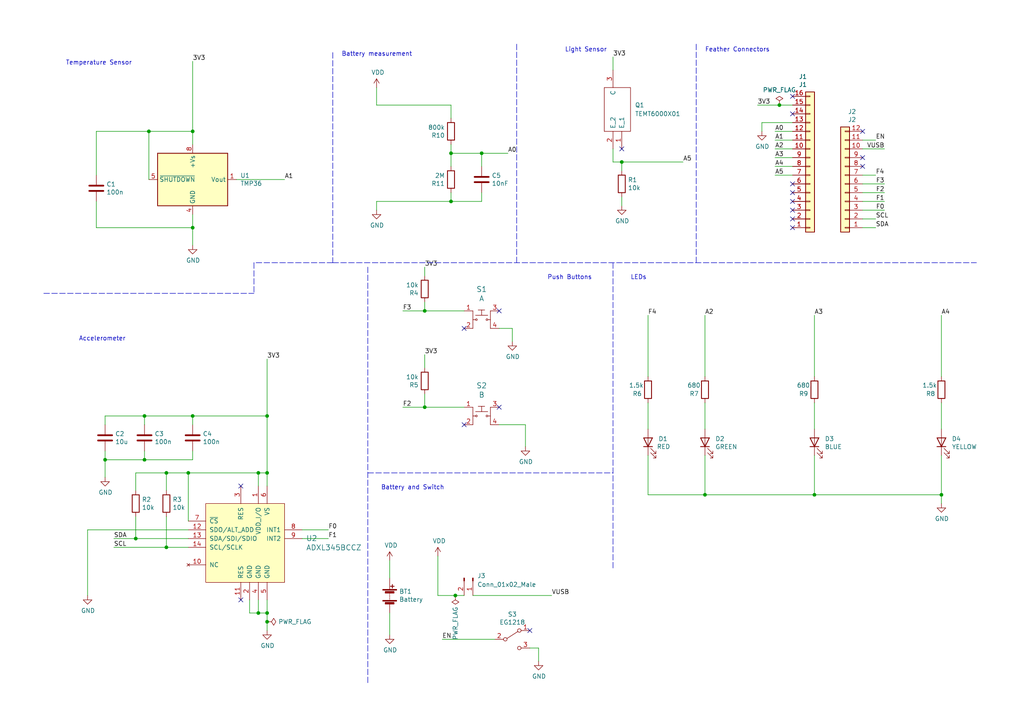
<source format=kicad_sch>
(kicad_sch (version 20211123) (generator eeschema)
  (paper "A4")
  (title_block (title "Drogue IoT BurrBoard") (date "2022-01-13") (rev "v2.0") (company "Red Hat") (comment 2 "https://apache.org/licenses/LICENSE-2.0") (comment 3 "License: Apache 2.0") (comment 4 "Author: Ulf Lilleengen"))
  (lib_symbols
    (symbol "Connector:Conn_01x02_Male" (pin_names (offset 1.016) hide)
      (property "Reference" "J" (at 0 2.54 0))
      (property "Value" "Conn_01x02_Male" (at 0 -5.08 0))
      (symbol "Conn_01x02_Male_1_1"
        (polyline (pts (xy 1.27 -2.54) (xy 0.8636 -2.54)) (stroke (width 0.1524)))
        (polyline (pts (xy 1.27 0) (xy 0.8636 0)) (stroke (width 0.1524)))
        (rectangle (start 0.8636 -2.413) (end 0 -2.667) (stroke (width 0.1524)) (fill (type outline)))
        (rectangle (start 0.8636 0.127) (end 0 -0.127) (stroke (width 0.1524)) (fill (type outline)))
        (pin passive line (at 5.08 0 180) (length 3.81) (name "Pin_1") (number "1"))
        (pin passive line (at 5.08 -2.54 180) (length 3.81) (name "Pin_2") (number "2"))
      )
    )
    (symbol "Connector_Generic:Conn_01x12" (pin_names (offset 1.016) hide)
      (property "Reference" "J" (at 0 15.24 0))
      (property "Value" "Conn_01x12" (at 0 -17.78 0))
      (symbol "Conn_01x12_1_1"
        (rectangle (start -1.27 -15.113) (end 0 -15.367) (stroke (width 0.1524)))
        (rectangle (start -1.27 -12.573) (end 0 -12.827) (stroke (width 0.1524)))
        (rectangle (start -1.27 -10.033) (end 0 -10.287) (stroke (width 0.1524)))
        (rectangle (start -1.27 -7.493) (end 0 -7.747) (stroke (width 0.1524)))
        (rectangle (start -1.27 -4.953) (end 0 -5.207) (stroke (width 0.1524)))
        (rectangle (start -1.27 -2.413) (end 0 -2.667) (stroke (width 0.1524)))
        (rectangle (start -1.27 0.127) (end 0 -0.127) (stroke (width 0.1524)))
        (rectangle (start -1.27 2.667) (end 0 2.413) (stroke (width 0.1524)))
        (rectangle (start -1.27 5.207) (end 0 4.953) (stroke (width 0.1524)))
        (rectangle (start -1.27 7.747) (end 0 7.493) (stroke (width 0.1524)))
        (rectangle (start -1.27 10.287) (end 0 10.033) (stroke (width 0.1524)))
        (rectangle (start -1.27 12.827) (end 0 12.573) (stroke (width 0.1524)))
        (rectangle (start -1.27 13.97) (end 1.27 -16.51) (stroke (width 0.254)) (fill (type background)))
        (pin passive line (at -5.08 12.7 0) (length 3.81) (name "Pin_1") (number "1"))
        (pin passive line (at -5.08 -10.16 0) (length 3.81) (name "Pin_10") (number "10"))
        (pin passive line (at -5.08 -12.7 0) (length 3.81) (name "Pin_11") (number "11"))
        (pin passive line (at -5.08 -15.24 0) (length 3.81) (name "Pin_12") (number "12"))
        (pin passive line (at -5.08 10.16 0) (length 3.81) (name "Pin_2") (number "2"))
        (pin passive line (at -5.08 7.62 0) (length 3.81) (name "Pin_3") (number "3"))
        (pin passive line (at -5.08 5.08 0) (length 3.81) (name "Pin_4") (number "4"))
        (pin passive line (at -5.08 2.54 0) (length 3.81) (name "Pin_5") (number "5"))
        (pin passive line (at -5.08 0 0) (length 3.81) (name "Pin_6") (number "6"))
        (pin passive line (at -5.08 -2.54 0) (length 3.81) (name "Pin_7") (number "7"))
        (pin passive line (at -5.08 -5.08 0) (length 3.81) (name "Pin_8") (number "8"))
        (pin passive line (at -5.08 -7.62 0) (length 3.81) (name "Pin_9") (number "9"))
      )
    )
    (symbol "Connector_Generic:Conn_01x16" (pin_names (offset 1.016) hide)
      (property "Reference" "J" (at 0 20.32 0))
      (property "Value" "Conn_01x16" (at 0 -22.86 0))
      (symbol "Conn_01x16_1_1"
        (rectangle (start -1.27 -20.193) (end 0 -20.447) (stroke (width 0.1524)))
        (rectangle (start -1.27 -17.653) (end 0 -17.907) (stroke (width 0.1524)))
        (rectangle (start -1.27 -15.113) (end 0 -15.367) (stroke (width 0.1524)))
        (rectangle (start -1.27 -12.573) (end 0 -12.827) (stroke (width 0.1524)))
        (rectangle (start -1.27 -10.033) (end 0 -10.287) (stroke (width 0.1524)))
        (rectangle (start -1.27 -7.493) (end 0 -7.747) (stroke (width 0.1524)))
        (rectangle (start -1.27 -4.953) (end 0 -5.207) (stroke (width 0.1524)))
        (rectangle (start -1.27 -2.413) (end 0 -2.667) (stroke (width 0.1524)))
        (rectangle (start -1.27 0.127) (end 0 -0.127) (stroke (width 0.1524)))
        (rectangle (start -1.27 2.667) (end 0 2.413) (stroke (width 0.1524)))
        (rectangle (start -1.27 5.207) (end 0 4.953) (stroke (width 0.1524)))
        (rectangle (start -1.27 7.747) (end 0 7.493) (stroke (width 0.1524)))
        (rectangle (start -1.27 10.287) (end 0 10.033) (stroke (width 0.1524)))
        (rectangle (start -1.27 12.827) (end 0 12.573) (stroke (width 0.1524)))
        (rectangle (start -1.27 15.367) (end 0 15.113) (stroke (width 0.1524)))
        (rectangle (start -1.27 17.907) (end 0 17.653) (stroke (width 0.1524)))
        (rectangle (start -1.27 19.05) (end 1.27 -21.59) (stroke (width 0.254)) (fill (type background)))
        (pin passive line (at -5.08 17.78 0) (length 3.81) (name "Pin_1") (number "1"))
        (pin passive line (at -5.08 -5.08 0) (length 3.81) (name "Pin_10") (number "10"))
        (pin passive line (at -5.08 -7.62 0) (length 3.81) (name "Pin_11") (number "11"))
        (pin passive line (at -5.08 -10.16 0) (length 3.81) (name "Pin_12") (number "12"))
        (pin passive line (at -5.08 -12.7 0) (length 3.81) (name "Pin_13") (number "13"))
        (pin passive line (at -5.08 -15.24 0) (length 3.81) (name "Pin_14") (number "14"))
        (pin passive line (at -5.08 -17.78 0) (length 3.81) (name "Pin_15") (number "15"))
        (pin passive line (at -5.08 -20.32 0) (length 3.81) (name "Pin_16") (number "16"))
        (pin passive line (at -5.08 15.24 0) (length 3.81) (name "Pin_2") (number "2"))
        (pin passive line (at -5.08 12.7 0) (length 3.81) (name "Pin_3") (number "3"))
        (pin passive line (at -5.08 10.16 0) (length 3.81) (name "Pin_4") (number "4"))
        (pin passive line (at -5.08 7.62 0) (length 3.81) (name "Pin_5") (number "5"))
        (pin passive line (at -5.08 5.08 0) (length 3.81) (name "Pin_6") (number "6"))
        (pin passive line (at -5.08 2.54 0) (length 3.81) (name "Pin_7") (number "7"))
        (pin passive line (at -5.08 0 0) (length 3.81) (name "Pin_8") (number "8"))
        (pin passive line (at -5.08 -2.54 0) (length 3.81) (name "Pin_9") (number "9"))
      )
    )
    (symbol "Device:Battery" (pin_numbers hide) (pin_names (offset 0) hide)
      (property "Reference" "BT" (at 2.54 2.54 0))
      (property "Value" "Battery" (at 2.54 0 0))
      (symbol "Battery_0_1"
        (rectangle (start -2.032 -1.397) (end 2.032 -1.651) (fill (type outline)))
        (rectangle (start -2.032 1.778) (end 2.032 1.524) (fill (type outline)))
        (rectangle (start -1.3208 -1.9812) (end 1.27 -2.4892) (fill (type outline)))
        (rectangle (start -1.3208 1.1938) (end 1.27 0.6858) (fill (type outline)))
        (polyline (pts (xy 0 -1.524) (xy 0 -1.27)))
        (polyline (pts (xy 0 -1.016) (xy 0 -0.762)))
        (polyline (pts (xy 0 -0.508) (xy 0 -0.254)))
        (polyline (pts (xy 0 0) (xy 0 0.254)))
        (polyline (pts (xy 0 0.508) (xy 0 0.762)))
        (polyline (pts (xy 0 1.778) (xy 0 2.54)))
        (polyline (pts (xy 0.254 2.667) (xy 1.27 2.667)) (stroke (width 0.254)))
        (polyline (pts (xy 0.762 3.175) (xy 0.762 2.159)) (stroke (width 0.254)))
      )
      (symbol "Battery_1_1"
        (pin passive line (at 0 5.08 270) (length 2.54) (name "+") (number "1"))
        (pin passive line (at 0 -5.08 90) (length 2.54) (name "-") (number "2"))
      )
    )
    (symbol "Device:C" (pin_numbers hide) (pin_names (offset 0.254))
      (property "Reference" "C" (at 0.635 2.54 0))
      (property "Value" "C" (at 0.635 -2.54 0))
      (symbol "C_0_1"
        (polyline (pts (xy -2.032 -0.762) (xy 2.032 -0.762)) (stroke (width 0.508)))
        (polyline (pts (xy -2.032 0.762) (xy 2.032 0.762)) (stroke (width 0.508)))
      )
      (symbol "C_1_1"
        (pin passive line (at 0 3.81 270) (length 2.794) (name "~") (number "1"))
        (pin passive line (at 0 -3.81 90) (length 2.794) (name "~") (number "2"))
      )
    )
    (symbol "Device:LED" (pin_numbers hide) (pin_names (offset 1.016) hide)
      (property "Reference" "D" (at 0 2.54 0))
      (property "Value" "LED" (at 0 -2.54 0))
      (symbol "LED_0_1"
        (polyline (pts (xy -1.27 -1.27) (xy -1.27 1.27)) (stroke (width 0.254)))
        (polyline (pts (xy -1.27 0) (xy 1.27 0)))
        (polyline (pts (xy 1.27 -1.27) (xy 1.27 1.27) (xy -1.27 0) (xy 1.27 -1.27)) (stroke (width 0.254)))
        (polyline (pts (xy -3.048 -0.762) (xy -4.572 -2.286) (xy -3.81 -2.286) (xy -4.572 -2.286) (xy -4.572 -1.524)))
        (polyline (pts (xy -1.778 -0.762) (xy -3.302 -2.286) (xy -2.54 -2.286) (xy -3.302 -2.286) (xy -3.302 -1.524)))
      )
      (symbol "LED_1_1"
        (pin passive line (at -3.81 0 0) (length 2.54) (name "K") (number "1"))
        (pin passive line (at 3.81 0 180) (length 2.54) (name "A") (number "2"))
      )
    )
    (symbol "Device:R" (pin_numbers hide) (pin_names (offset 0))
      (property "Reference" "R" (at 2.032 0 90))
      (property "Value" "R" (at 0 0 90))
      (symbol "R_0_1"
        (rectangle (start -1.016 -2.54) (end 1.016 2.54) (stroke (width 0.254)))
      )
      (symbol "R_1_1"
        (pin passive line (at 0 3.81 270) (length 1.27) (name "~") (number "1"))
        (pin passive line (at 0 -3.81 90) (length 1.27) (name "~") (number "2"))
      )
    )
    (symbol "Sensor_Temperature:TMP36xS"
      (property "Reference" "U" (at -8.89 8.89 0))
      (property "Value" "TMP36xS" (at 6.35 -8.89 0))
      (symbol "TMP36xS_0_1"
        (rectangle (start -10.16 7.62) (end 10.16 -7.62) (stroke (width 0.254)) (fill (type background)))
      )
      (symbol "TMP36xS_1_1"
        (pin output line (at 12.7 0 180) (length 2.54) (name "Vout") (number "1"))
        (pin power_in line (at 0 -10.16 90) (length 2.54) (name "GND") (number "4"))
        (pin input line (at -12.7 0 0) (length 2.54) (name "~{SHUTDOWN}") (number "5"))
        (pin power_in line (at 0 10.16 270) (length 2.54) (name "+Vs") (number "8"))
      )
    )
    (symbol "Switch:SW_SPDT" (pin_names (offset 0) hide)
      (property "Reference" "SW" (at 0 4.318 0))
      (property "Value" "SW_SPDT" (at 0 -5.08 0))
      (symbol "SW_SPDT_0_0"
        (circle (center -2.032 0) (radius 0.508))
        (circle (center 2.032 -2.54) (radius 0.508))
      )
      (symbol "SW_SPDT_0_1"
        (polyline (pts (xy -1.524 0.254) (xy 1.651 2.286)))
        (circle (center 2.032 2.54) (radius 0.508))
      )
      (symbol "SW_SPDT_1_1"
        (pin passive line (at 5.08 2.54 180) (length 2.54) (name "A") (number "1"))
        (pin passive line (at -5.08 0 0) (length 2.54) (name "B") (number "2"))
        (pin passive line (at 5.08 -2.54 180) (length 2.54) (name "C") (number "3"))
      )
    )
    (symbol "burrboard:ADXL345BCCZ" (pin_names (offset 1.016))
      (property "Reference" "U" (at -7.62 11.43 0))
      (property "Value" "ADXL345BCCZ" (at 20.32 -20.32 0))
      (symbol "ADXL345BCCZ_0_1"
        (rectangle (start -10.16 10.16) (end 12.7 -12.7) (fill (type background)))
      )
      (symbol "ADXL345BCCZ_1_1"
        (pin power_in line (at 5.08 15.24 270) (length 5.08) (name "VDD_I/O") (number "1"))
        (pin no_connect line (at -15.24 -7.62 0) (length 5.08) (name "NC") (number "10"))
        (pin power_in line (at 0 -17.78 90) (length 5.08) (name "RES") (number "11"))
        (pin bidirectional line (at -15.24 2.54 0) (length 5.08) (name "SDO/ALT_ADD") (number "12"))
        (pin bidirectional line (at -15.24 0 0) (length 5.08) (name "SDA/SDI/SDIO") (number "13"))
        (pin bidirectional line (at -15.24 -2.54 0) (length 5.08) (name "SCL/SCLK") (number "14"))
        (pin power_in line (at 2.54 -17.78 90) (length 5.08) (name "GND") (number "2"))
        (pin power_in line (at 0 15.24 270) (length 5.08) (name "RES") (number "3"))
        (pin power_in line (at 5.08 -17.78 90) (length 5.08) (name "GND") (number "4"))
        (pin power_in line (at 7.62 -17.78 90) (length 5.08) (name "GND") (number "5"))
        (pin power_in line (at 7.62 15.24 270) (length 5.08) (name "VS") (number "6"))
        (pin input line (at -15.24 5.08 0) (length 5.08) (name "~{CS}") (number "7"))
        (pin output line (at 17.78 2.54 180) (length 5.08) (name "INT1") (number "8"))
        (pin output line (at 17.78 0 180) (length 5.08) (name "INT2") (number "9"))
      )
    )
    (symbol "burrboard:PTS645SM43SMTR92_LFS" (pin_names (offset 1.016))
      (property "Reference" "S" (at 0 5.08 0))
      (property "Value" "PTS645SM43SMTR92_LFS" (at 0 -5.334 0))
      (symbol "PTS645SM43SMTR92_LFS_0_1"
        (circle (center -1.524 0) (radius 0.254))
        (polyline (pts (xy -2.54 2.54) (xy -2.54 -2.54)))
        (polyline (pts (xy -1.778 0) (xy -2.54 0)))
        (polyline (pts (xy -1.778 1.27) (xy 1.778 1.27)))
        (polyline (pts (xy 2.54 -2.54) (xy 2.54 2.54)))
        (polyline (pts (xy 2.54 0) (xy 1.778 0)))
        (circle (center 1.524 0) (radius 0.254))
      )
      (symbol "PTS645SM43SMTR92_LFS_1_1"
        (polyline (pts (xy -1.016 2.794) (xy 0.889 2.794)))
        (polyline (pts (xy 0 2.794) (xy 0 1.27)))
        (pin passive line (at -5.08 2.54 0) (length 2.54) (name "~") (number "1"))
        (pin passive line (at -5.08 -2.54 0) (length 2.54) (name "~") (number "2"))
        (pin passive line (at 5.08 2.54 180) (length 2.54) (name "~") (number "3"))
        (pin passive line (at 5.08 -2.54 180) (length 2.54) (name "~") (number "4"))
      )
    )
    (symbol "burrboard:TEMT6000X01" (pin_names (offset 0.762))
      (property "Reference" "Q" (at 19.05 7.62 0))
      (property "Value" "TEMT6000X01" (at 19.05 5.08 0))
      (symbol "TEMT6000X01_0_0"
        (pin passive line (at 0 -2.54 0) (length 5.08) (name "E_1") (number "1"))
        (pin passive line (at 0 0 0) (length 5.08) (name "E_2") (number "2"))
        (pin passive line (at 22.86 0 180) (length 5.08) (name "C") (number "3"))
      )
      (symbol "TEMT6000X01_0_1"
        (polyline (pts (xy 5.08 2.54) (xy 17.78 2.54) (xy 17.78 -5.08) (xy 5.08 -5.08) (xy 5.08 2.54)) (stroke (width 0.1524)))
      )
    )
    (symbol "power:GND" (power) (pin_names (offset 0))
      (property "Value" "GND" (at 0 -3.81 0))
      (symbol "GND_0_1"
        (polyline (pts (xy 0 0) (xy 0 -1.27) (xy 1.27 -1.27) (xy 0 -2.54) (xy -1.27 -1.27) (xy 0 -1.27)))
      )
      (symbol "GND_1_1"
        (pin power_in line (at 0 0 270) (length 0) hide (name "GND") (number "1"))
      )
    )
    (symbol "power:PWR_FLAG" (power) (pin_numbers hide) (pin_names (offset 0) hide)
      (property "Value" "PWR_FLAG" (at 0 3.81 0))
      (symbol "PWR_FLAG_0_0"
        (pin power_out line (at 0 0 90) (length 0) (name "pwr") (number "1"))
      )
      (symbol "PWR_FLAG_0_1"
        (polyline (pts (xy 0 0) (xy 0 1.27) (xy -1.016 1.905) (xy 0 2.54) (xy 1.016 1.905) (xy 0 1.27)))
      )
    )
    (symbol "power:VDD" (power) (pin_names (offset 0))
      (property "Value" "VDD" (at 0 3.81 0))
      (symbol "VDD_0_1"
        (polyline (pts (xy -0.762 1.27) (xy 0 2.54)))
        (polyline (pts (xy 0 0) (xy 0 2.54)))
        (polyline (pts (xy 0 2.54) (xy 0.762 1.27)))
      )
      (symbol "VDD_1_1"
        (pin power_in line (at 0 0 90) (length 0) hide (name "VDD") (number "1"))
      )
    )
  )
  (junction (at 74.93 177.8))
  (junction (at 41.91 120.65))
  (junction (at 273.05 143.51))
  (junction (at 77.47 137.16))
  (junction (at 123.19 118.11))
  (junction (at 77.47 120.65))
  (junction (at 123.19 90.17))
  (junction (at 30.48 133.35))
  (junction (at 226.06 30.48))
  (junction (at 43.18 38.1))
  (junction (at 77.47 177.8))
  (junction (at 41.91 133.35))
  (junction (at 48.26 137.16))
  (junction (at 39.37 156.21))
  (junction (at 236.22 143.51))
  (junction (at 74.93 137.16))
  (junction (at 132.08 172.72))
  (junction (at 130.81 44.45))
  (junction (at 54.61 137.16))
  (junction (at 139.7 44.45))
  (junction (at 55.88 66.04))
  (junction (at 77.47 180.34))
  (junction (at 180.34 46.99))
  (junction (at 48.26 158.75))
  (junction (at 204.47 143.51))
  (junction (at 55.88 120.65))
  (junction (at 55.88 38.1))
  (junction (at 130.81 58.42))
  (no_connect (at 144.78 90.17))
  (no_connect (at 134.62 123.19))
  (no_connect (at 250.19 48.26))
  (no_connect (at 134.62 95.25))
  (no_connect (at 229.87 60.96))
  (no_connect (at 180.34 43.18))
  (no_connect (at 229.87 33.02))
  (no_connect (at 229.87 66.04))
  (no_connect (at 229.87 53.34))
  (no_connect (at 229.87 55.88))
  (no_connect (at 229.87 63.5))
  (no_connect (at 229.87 27.94))
  (no_connect (at 69.85 173.99))
  (no_connect (at 144.78 118.11))
  (no_connect (at 153.67 182.88))
  (no_connect (at 229.87 58.42))
  (no_connect (at 69.85 140.97))
  (no_connect (at 250.19 38.1))
  (no_connect (at 250.19 45.72))
  (wire (pts (xy 250.19 66.04) (xy 254 66.04)))
  (wire (pts (xy 220.98 35.56) (xy 229.87 35.56)))
  (wire (pts (xy 130.81 44.45) (xy 139.7 44.45)))
  (wire (pts (xy 77.47 180.34) (xy 77.47 182.88)))
  (wire (pts (xy 39.37 142.24) (xy 39.37 137.16)))
  (wire (pts (xy 77.47 120.65) (xy 77.47 137.16)))
  (polyline (pts (xy 177.8 76.2) (xy 177.8 165.1)))
  (wire (pts (xy 25.4 153.67) (xy 54.61 153.67)))
  (wire (pts (xy 198.12 46.99) (xy 180.34 46.99)))
  (wire (pts (xy 116.84 90.17) (xy 123.19 90.17)))
  (wire (pts (xy 27.94 66.04) (xy 55.88 66.04)))
  (wire (pts (xy 236.22 132.08) (xy 236.22 143.51)))
  (wire (pts (xy 41.91 120.65) (xy 30.48 120.65)))
  (wire (pts (xy 30.48 120.65) (xy 30.48 123.19)))
  (wire (pts (xy 27.94 38.1) (xy 43.18 38.1)))
  (wire (pts (xy 224.79 38.1) (xy 229.87 38.1)))
  (wire (pts (xy 87.63 153.67) (xy 95.25 153.67)))
  (wire (pts (xy 229.87 45.72) (xy 224.79 45.72)))
  (wire (pts (xy 132.08 172.72) (xy 134.62 172.72)))
  (wire (pts (xy 68.58 52.07) (xy 82.55 52.07)))
  (wire (pts (xy 77.47 104.14) (xy 77.47 120.65)))
  (wire (pts (xy 33.02 156.21) (xy 39.37 156.21)))
  (wire (pts (xy 41.91 133.35) (xy 41.91 130.81)))
  (wire (pts (xy 144.78 95.25) (xy 148.59 95.25)))
  (polyline (pts (xy 96.52 76.2) (xy 283.21 76.2)))
  (wire (pts (xy 74.93 137.16) (xy 74.93 140.97)))
  (wire (pts (xy 113.03 162.56) (xy 113.03 167.64)))
  (wire (pts (xy 130.81 44.45) (xy 130.81 48.26)))
  (wire (pts (xy 33.02 158.75) (xy 48.26 158.75)))
  (wire (pts (xy 123.19 77.47) (xy 123.19 80.01)))
  (wire (pts (xy 54.61 137.16) (xy 74.93 137.16)))
  (wire (pts (xy 74.93 177.8) (xy 77.47 177.8)))
  (wire (pts (xy 254 40.64) (xy 250.19 40.64)))
  (wire (pts (xy 152.4 123.19) (xy 152.4 129.54)))
  (polyline (pts (xy 73.66 76.2) (xy 73.66 85.09)))
  (wire (pts (xy 250.19 60.96) (xy 256.54 60.96)))
  (wire (pts (xy 43.18 38.1) (xy 55.88 38.1)))
  (wire (pts (xy 187.96 124.46) (xy 187.96 116.84)))
  (wire (pts (xy 177.8 43.18) (xy 177.8 46.99)))
  (wire (pts (xy 109.22 30.48) (xy 130.81 30.48)))
  (wire (pts (xy 55.88 17.78) (xy 55.88 38.1)))
  (wire (pts (xy 123.19 114.3) (xy 123.19 118.11)))
  (wire (pts (xy 55.88 120.65) (xy 55.88 123.19)))
  (wire (pts (xy 30.48 133.35) (xy 41.91 133.35)))
  (wire (pts (xy 148.59 95.25) (xy 148.59 99.06)))
  (wire (pts (xy 55.88 41.91) (xy 55.88 38.1)))
  (wire (pts (xy 128.27 185.42) (xy 143.51 185.42)))
  (polyline (pts (xy 201.93 76.2) (xy 201.93 12.7)))
  (wire (pts (xy 139.7 44.45) (xy 147.32 44.45)))
  (wire (pts (xy 77.47 140.97) (xy 77.47 137.16)))
  (wire (pts (xy 43.18 52.07) (xy 43.18 38.1)))
  (wire (pts (xy 41.91 120.65) (xy 41.91 123.19)))
  (wire (pts (xy 48.26 137.16) (xy 54.61 137.16)))
  (wire (pts (xy 95.25 156.21) (xy 87.63 156.21)))
  (wire (pts (xy 39.37 137.16) (xy 48.26 137.16)))
  (wire (pts (xy 187.96 132.08) (xy 187.96 143.51)))
  (wire (pts (xy 236.22 116.84) (xy 236.22 124.46)))
  (wire (pts (xy 229.87 48.26) (xy 224.79 48.26)))
  (wire (pts (xy 30.48 133.35) (xy 30.48 130.81)))
  (wire (pts (xy 27.94 58.42) (xy 27.94 66.04)))
  (wire (pts (xy 219.71 30.48) (xy 226.06 30.48)))
  (wire (pts (xy 55.88 62.23) (xy 55.88 66.04)))
  (wire (pts (xy 187.96 109.22) (xy 187.96 91.44)))
  (wire (pts (xy 55.88 120.65) (xy 77.47 120.65)))
  (wire (pts (xy 30.48 138.43) (xy 30.48 133.35)))
  (wire (pts (xy 250.19 50.8) (xy 254 50.8)))
  (wire (pts (xy 250.19 58.42) (xy 256.54 58.42)))
  (wire (pts (xy 220.98 38.1) (xy 220.98 35.56)))
  (wire (pts (xy 139.7 44.45) (xy 139.7 48.26)))
  (wire (pts (xy 72.39 173.99) (xy 72.39 177.8)))
  (wire (pts (xy 204.47 91.44) (xy 204.47 109.22)))
  (wire (pts (xy 55.88 66.04) (xy 55.88 71.12)))
  (wire (pts (xy 130.81 41.91) (xy 130.81 44.45)))
  (wire (pts (xy 236.22 143.51) (xy 273.05 143.51)))
  (wire (pts (xy 250.19 43.18) (xy 256.54 43.18)))
  (wire (pts (xy 226.06 30.48) (xy 229.87 30.48)))
  (wire (pts (xy 236.22 91.44) (xy 236.22 109.22)))
  (wire (pts (xy 130.81 58.42) (xy 139.7 58.42)))
  (wire (pts (xy 177.8 16.51) (xy 177.8 20.32)))
  (wire (pts (xy 229.87 43.18) (xy 224.79 43.18)))
  (wire (pts (xy 229.87 50.8) (xy 224.79 50.8)))
  (wire (pts (xy 273.05 132.08) (xy 273.05 143.51)))
  (wire (pts (xy 55.88 133.35) (xy 41.91 133.35)))
  (polyline (pts (xy 106.68 77.47) (xy 106.68 198.12)))
  (wire (pts (xy 27.94 38.1) (xy 27.94 50.8)))
  (wire (pts (xy 109.22 25.4) (xy 109.22 30.48)))
  (wire (pts (xy 139.7 55.88) (xy 139.7 58.42)))
  (wire (pts (xy 48.26 158.75) (xy 54.61 158.75)))
  (wire (pts (xy 130.81 30.48) (xy 130.81 34.29)))
  (wire (pts (xy 204.47 143.51) (xy 236.22 143.51)))
  (wire (pts (xy 77.47 173.99) (xy 77.47 177.8)))
  (wire (pts (xy 187.96 143.51) (xy 204.47 143.51)))
  (wire (pts (xy 204.47 132.08) (xy 204.47 143.51)))
  (polyline (pts (xy 106.68 137.16) (xy 177.8 137.16)))
  (wire (pts (xy 54.61 151.13) (xy 54.61 137.16)))
  (wire (pts (xy 55.88 120.65) (xy 41.91 120.65)))
  (wire (pts (xy 123.19 87.63) (xy 123.19 90.17)))
  (wire (pts (xy 177.8 46.99) (xy 180.34 46.99)))
  (wire (pts (xy 137.16 172.72) (xy 160.02 172.72)))
  (polyline (pts (xy 96.52 15.24) (xy 96.52 76.2)))
  (wire (pts (xy 250.19 55.88) (xy 256.54 55.88)))
  (wire (pts (xy 123.19 118.11) (xy 134.62 118.11)))
  (wire (pts (xy 156.21 187.96) (xy 156.21 191.77)))
  (wire (pts (xy 48.26 158.75) (xy 48.26 149.86)))
  (wire (pts (xy 55.88 130.81) (xy 55.88 133.35)))
  (wire (pts (xy 180.34 57.15) (xy 180.34 59.69)))
  (wire (pts (xy 123.19 102.87) (xy 123.19 106.68)))
  (polyline (pts (xy 149.86 76.2) (xy 149.86 12.7)))
  (wire (pts (xy 77.47 137.16) (xy 74.93 137.16)))
  (wire (pts (xy 113.03 177.8) (xy 113.03 184.15)))
  (wire (pts (xy 74.93 173.99) (xy 74.93 177.8)))
  (wire (pts (xy 250.19 53.34) (xy 256.54 53.34)))
  (wire (pts (xy 127 172.72) (xy 127 161.29)))
  (wire (pts (xy 116.84 118.11) (xy 123.19 118.11)))
  (wire (pts (xy 224.79 40.64) (xy 229.87 40.64)))
  (wire (pts (xy 180.34 46.99) (xy 180.34 49.53)))
  (wire (pts (xy 130.81 58.42) (xy 109.22 58.42)))
  (wire (pts (xy 204.47 116.84) (xy 204.47 124.46)))
  (polyline (pts (xy 12.7 85.09) (xy 73.66 85.09)))
  (wire (pts (xy 273.05 91.44) (xy 273.05 109.22)))
  (wire (pts (xy 25.4 153.67) (xy 25.4 172.72)))
  (wire (pts (xy 72.39 177.8) (xy 74.93 177.8)))
  (wire (pts (xy 123.19 90.17) (xy 134.62 90.17)))
  (wire (pts (xy 109.22 58.42) (xy 109.22 60.96)))
  (wire (pts (xy 273.05 143.51) (xy 273.05 146.05)))
  (wire (pts (xy 77.47 177.8) (xy 77.47 180.34)))
  (wire (pts (xy 48.26 142.24) (xy 48.26 137.16)))
  (polyline (pts (xy 96.52 76.2) (xy 73.66 76.2)))
  (wire (pts (xy 39.37 156.21) (xy 54.61 156.21)))
  (wire (pts (xy 39.37 156.21) (xy 39.37 149.86)))
  (wire (pts (xy 130.81 55.88) (xy 130.81 58.42)))
  (wire (pts (xy 153.67 187.96) (xy 156.21 187.96)))
  (wire (pts (xy 254 63.5) (xy 250.19 63.5)))
  (wire (pts (xy 273.05 124.46) (xy 273.05 116.84)))
  (wire (pts (xy 144.78 123.19) (xy 152.4 123.19)))
  (wire (pts (xy 132.08 172.72) (xy 127 172.72)))
  (text "Push Buttons" (at 158.75 81.28 0) (effects (font (size 1.27 1.27)) (justify left bottom)))
  (text "Battery and Switch" (at 110.49 142.24 0) (effects (font (size 1.27 1.27)) (justify left bottom)))
  (text "Accelerometer" (at 22.86 99.06 0) (effects (font (size 1.27 1.27)) (justify left bottom)))
  (text "LEDs" (at 182.88 81.28 0) (effects (font (size 1.27 1.27)) (justify left bottom)))
  (text "Light Sensor" (at 163.83 15.24 0) (effects (font (size 1.27 1.27)) (justify left bottom)))
  (text "Battery measurement\n" (at 99.06 16.51 0) (effects (font (size 1.27 1.27)) (justify left bottom)))
  (text "Temperature Sensor" (at 19.05 19.05 0) (effects (font (size 1.27 1.27)) (justify left bottom)))
  (text "Feather Connectors" (at 204.47 15.24 0) (effects (font (size 1.27 1.27)) (justify left bottom)))
  (label "VUSB" (at 256.54 43.18 180))
  (label "SDA" (at 33.02 156.21 0))
  (label "F4" (at 254 50.8 0))
  (label "3V3" (at 123.19 102.87 0))
  (label "A5" (at 198.12 46.99 0))
  (label "3V3" (at 177.8 16.51 0))
  (label "SDA" (at 254 66.04 0))
  (label "3V3" (at 219.71 30.48 0))
  (label "F1" (at 256.54 58.42 180))
  (label "A3" (at 236.22 91.44 0))
  (label "A1" (at 82.55 52.07 0))
  (label "F1" (at 95.25 156.21 0))
  (label "SCL" (at 254 63.5 0))
  (label "F0" (at 256.54 60.96 180))
  (label "A2" (at 224.79 43.18 0))
  (label "A4" (at 273.05 91.44 0))
  (label "A2" (at 204.47 91.44 0))
  (label "F0" (at 95.25 153.67 0))
  (label "3V3" (at 55.88 17.78 0))
  (label "A5" (at 224.79 50.8 0))
  (label "EN" (at 254 40.64 0))
  (label "VUSB" (at 160.02 172.72 0))
  (label "F4" (at 187.96 91.44 0))
  (label "A0" (at 147.32 44.45 0))
  (label "3V3" (at 77.47 104.14 0))
  (label "EN" (at 128.27 185.42 0))
  (label "F3" (at 116.84 90.17 0))
  (label "A0" (at 224.79 38.1 0))
  (label "A1" (at 224.79 40.64 0))
  (label "F2" (at 256.54 55.88 180))
  (label "3V3" (at 123.19 77.47 0))
  (label "F3" (at 256.54 53.34 180))
  (label "F2" (at 116.84 118.11 0))
  (label "SCL" (at 33.02 158.75 0))
  (label "A3" (at 224.79 45.72 0))
  (label "A4" (at 224.79 48.26 0))
  (symbol (lib_id "Connector_Generic:Conn_01x16") (at 234.95 48.26 0) (mirror x) (unit 1)
    (property "Reference" "J1" (at 232.8926 22.225 0))
    (property "Value" "J1" (at 232.8926 24.5364 0))
    (property "Footprint" "Connector_PinSocket_2.54mm:PinSocket_1x16_P2.54mm_Vertical" (effects hide))
    (property "Manufacturer" "Sullins Connector Solutions" (effects hide))
    (property "MPN" "PPTC161LFBN-RC" (effects hide))
    (property "AISLER_MPN" "PPTC161LFBN-RC" (effects hide))
    (property "Digi-Key_PN" "S7014-ND" (effects hide))
  )
  (symbol (lib_id "Connector_Generic:Conn_01x12") (at 245.11 53.34 180) (unit 1)
    (property "Reference" "J2" (at 247.142 32.385 0))
    (property "Value" "J2" (at 247.142 34.6964 0))
    (property "Footprint" "Connector_PinSocket_2.54mm:PinSocket_1x12_P2.54mm_Vertical" (effects hide))
    (property "Manufacturer" "Sullins Connector Solutions" (effects hide))
    (property "MPN" "PPTC121LFBN-RC" (effects hide))
    (property "AISLER_MPN" "PPTC121LFBN-RC" (effects hide))
    (property "Digi-Key_PN" "S6100-ND" (effects hide))
  )
  (symbol (lib_id "power:GND") (at 220.98 38.1 0) (unit 1)
    (property "Reference" "#PWR02" (effects hide))
    (property "Value" "GND" (at 221.107 42.4942 0))
  )
  (symbol (lib_id "Device:R") (at 180.34 53.34 0) (unit 1)
    (property "Reference" "R1" (at 182.118 52.1716 0) (effects (justify left)))
    (property "Value" "10k" (at 182.118 54.483 0) (effects (justify left)))
    (property "Footprint" "Resistor_SMD:R_0805_2012Metric" (effects hide))
    (property "Digikey" "https://www.digikey.no/en/products/detail/panasonic-electronic-components/ERJ-3GEYJ103V/135662" (effects hide))
    (property "MPN" "RMCF0805FT10K0" (effects hide))
    (property "Manufacturer" "Stackpole Electronics Inc" (effects hide))
    (property "AISLER_MPN" "RMCF0805FT10K0" (effects hide))
    (property "Digi-Key_PN" "RMCF0805FT10K0TR-ND" (effects hide))
  )
  (symbol (lib_id "power:GND") (at 55.88 71.12 0) (unit 1)
    (property "Reference" "#PWR0105" (effects hide))
    (property "Value" "GND" (at 56.007 75.5142 0))
  )
  (symbol (lib_id "power:GND") (at 180.34 59.69 0) (unit 1)
    (property "Reference" "#PWR0107" (effects hide))
    (property "Value" "GND" (at 180.467 64.0842 0))
  )
  (symbol (lib_id "power:VDD") (at 127 161.29 0) (unit 1)
    (property "Reference" "#PWR0109" (effects hide))
    (property "Value" "VDD" (at 127.381 156.8958 0))
  )
  (symbol (lib_id "power:VDD") (at 113.03 162.56 0) (unit 1)
    (property "Reference" "#PWR0113" (effects hide))
    (property "Value" "VDD" (at 113.411 158.1658 0))
  )
  (symbol (lib_id "power:GND") (at 113.03 184.15 0) (unit 1)
    (property "Reference" "#PWR0115" (effects hide))
    (property "Value" "GND" (at 113.157 188.5442 0))
  )
  (symbol (lib_id "Device:C") (at 27.94 54.61 0) (unit 1)
    (property "Reference" "C1" (at 30.861 53.4416 0) (effects (justify left)))
    (property "Value" "100n" (at 30.861 55.753 0) (effects (justify left)))
    (property "Footprint" "Capacitor_SMD:C_0805_2012Metric" (effects hide))
    (property "Url" "https://www.digikey.no/en/products/detail/samsung-electro-mechanics/CL05B104KO5NNNC/3886659" (effects hide))
    (property "Manufacturer" "Samsung Electro-Mechanics" (effects hide))
    (property "MPN" "CL21B104KBCNNNC" (effects hide))
    (property "AISLER_MPN" "CL21B104KBCNNNC" (effects hide))
    (property "Digi-Key_PN" "1276-1003-2-ND" (effects hide))
  )
  (symbol (lib_id "Device:Battery") (at 113.03 172.72 0) (unit 1)
    (property "Reference" "BT1" (at 115.7732 171.5516 0) (effects (justify left)))
    (property "Value" "Battery" (at 115.7732 173.863 0) (effects (justify left)))
    (property "Footprint" "Battery:BatteryHolder_Keystone_2479_3xAAA" (effects hide))
    (property "Datasheet" "https://www.keyelco.com/userAssets/file/M65p28.pdf" (effects hide))
    (property "Manufacturer" "Keystone Electronics" (effects hide))
    (property "MPN" "2479" (effects hide))
    (property "AISLER_MPN" "2479" (effects hide))
    (property "Digi-Key_PN" "36-2479-ND" (effects hide))
  )
  (symbol (lib_id "Sensor_Temperature:TMP36xS") (at 55.88 52.07 0) (unit 1)
    (property "Reference" "U1" (at 69.6976 50.9016 0) (effects (justify left)))
    (property "Value" "TMP36" (at 69.6976 53.213 0) (effects (justify left)))
    (property "Footprint" "Package_SO:SOIC-8_3.9x4.9mm_P1.27mm" (effects hide))
    (property "Datasheet" "https://www.analog.com/media/en/technical-documentation/data-sheets/TMP35_36_37.pdf" (effects hide))
    (property "Manufacturer" "Analog Devices Inc." (effects hide))
    (property "MPN" "TMP36FSZ" (effects hide))
    (property "AISLER_MPN" "TMP36FSZ" (effects hide))
    (property "Digi-Key_PN" "TMP36FSZ-ND" (effects hide))
  )
  (symbol (lib_id "burrboard:ADXL345BCCZ") (at 69.85 156.21 0) (unit 1)
    (property "Reference" "U2" (at 88.7476 156.1338 0) (effects (font (size 1.524 1.524)) (justify left)))
    (property "Value" "ADXL345BCCZ" (at 88.7476 158.8262 0) (effects (font (size 1.524 1.524)) (justify left)))
    (property "Footprint" "burrboard:LGA-14_3x5mm_RevA" (effects hide))
    (property "Datasheet" "https://www.analog.com/media/en/technical-documentation/data-sheets/ADXL345.pdf" (effects hide))
    (property "Digi-Key_PN" "ADXL345BCCZ-ND" (effects hide))
    (property "MPN" "ADXL345BCCZ" (effects hide))
    (property "Category" "Sensors, Transducers" (effects hide))
    (property "Family" "Motion Sensors - Accelerometers" (effects hide))
    (property "DK_Datasheet_Link" "https://www.analog.com/media/en/technical-documentation/data-sheets/ADXL345.pdf" (effects hide))
    (property "DK_Detail_Page" "/product-detail/en/analog-devices-inc/ADXL345BCCZ/ADXL345BCCZ-ND/2034829" (effects hide))
    (property "Description" "ACCEL 2-16G I2C/SPI 14LGA" (effects hide))
    (property "Manufacturer" "Analog Devices Inc." (effects hide))
    (property "Status" "Active" (effects hide))
    (property "AISLER_MPN" "ADXL345BCCZ" (effects hide))
  )
  (symbol (lib_id "Device:C") (at 41.91 127 0) (unit 1)
    (property "Reference" "C3" (at 44.831 125.8316 0) (effects (justify left)))
    (property "Value" "100n" (at 44.831 128.143 0) (effects (justify left)))
    (property "Footprint" "Capacitor_SMD:C_0805_2012Metric" (effects hide))
    (property "Url" "https://www.digikey.no/en/products/detail/samsung-electro-mechanics/CL05B104KO5NNNC/3886659" (effects hide))
    (property "MPN" "CL21B104KBCNNNC" (effects hide))
    (property "Manufacturer" "Samsung Electro-Mechanics" (effects hide))
    (property "AISLER_MPN" "CL21B104KBCNNNC" (effects hide))
    (property "Digi-Key_PN" "1276-1003-2-ND" (effects hide))
  )
  (symbol (lib_id "Device:C") (at 55.88 127 0) (unit 1)
    (property "Reference" "C4" (at 58.801 125.8316 0) (effects (justify left)))
    (property "Value" "100n" (at 58.801 128.143 0) (effects (justify left)))
    (property "Footprint" "Capacitor_SMD:C_0805_2012Metric" (effects hide))
    (property "Url" "https://www.digikey.no/en/products/detail/samsung-electro-mechanics/CL05B104KO5NNNC/3886659" (effects hide))
    (property "MPN" "CL21B104KBCNNNC" (effects hide))
    (property "Manufacturer" "Samsung Electro-Mechanics" (effects hide))
    (property "AISLER_MPN" "CL21B104KBCNNNC" (effects hide))
    (property "Digi-Key_PN" "1276-1003-2-ND" (effects hide))
  )
  (symbol (lib_id "Device:C") (at 30.48 127 0) (unit 1)
    (property "Reference" "C2" (at 33.401 125.8316 0) (effects (justify left)))
    (property "Value" "10u" (at 33.401 128.143 0) (effects (justify left)))
    (property "Footprint" "Capacitor_SMD:C_0805_2012Metric" (effects hide))
    (property "Url" "https://www.digikey.no/en/products/detail/samsung-electro-mechanics/CL05A106MP8NUB8/5961314" (effects hide))
    (property "MPN" "CL21A106KAYNNNE" (effects hide))
    (property "Manufacturer" "Samsung Electro-Mechanics" (effects hide))
    (property "AISLER_MPN" "CL21A106KAYNNNE" (effects hide))
    (property "Digi-Key_PN" "1276-2891-2-ND" (effects hide))
  )
  (symbol (lib_id "power:GND") (at 77.47 182.88 0) (unit 1)
    (property "Reference" "#PWR03" (effects hide))
    (property "Value" "GND" (at 77.597 187.2742 0))
  )
  (symbol (lib_id "power:GND") (at 30.48 138.43 0) (unit 1)
    (property "Reference" "#PWR01" (effects hide))
    (property "Value" "GND" (at 30.607 142.8242 0))
  )
  (symbol (lib_id "power:PWR_FLAG") (at 226.06 30.48 0) (unit 1)
    (property "Reference" "#FLG01" (effects hide))
    (property "Value" "PWR_FLAG" (at 226.06 26.0858 0))
  )
  (symbol (lib_id "Device:LED") (at 187.96 128.27 90) (unit 1)
    (property "Reference" "D1" (at 190.9572 127.2794 90) (effects (justify right)))
    (property "Value" "RED" (at 190.5 129.54 90) (effects (justify right)))
    (property "Footprint" "LED_SMD:LED_0805_2012Metric" (effects hide))
    (property "Manufacturer" "Kingbright" (effects hide))
    (property "MPN" "APT2012SECK/J3-PRV" (effects hide))
    (property "AISLER_MPN" "APT2012SECK/J3-PRV" (effects hide))
    (property "Digi-Key_PN" "754-1791-2-ND" (effects hide))
  )
  (symbol (lib_id "Device:LED") (at 204.47 128.27 90) (unit 1)
    (property "Reference" "D2" (at 207.4672 127.2794 90) (effects (justify right)))
    (property "Value" "GREEN" (at 207.4672 129.5908 90) (effects (justify right)))
    (property "Footprint" "LED_SMD:LED_0805_2012Metric" (effects hide))
    (property "Manufacturer" "Kingbright" (effects hide))
    (property "MPN" "APT2012LZGCK" (effects hide))
    (property "AISLER_MPN" "APT2012LZGCK" (effects hide))
    (property "Digi-Key_PN" "754-1939-2-ND" (effects hide))
  )
  (symbol (lib_id "Device:LED") (at 236.22 128.27 90) (unit 1)
    (property "Reference" "D3" (at 239.2172 127.2794 90) (effects (justify right)))
    (property "Value" "BLUE" (at 239.2172 129.5908 90) (effects (justify right)))
    (property "Footprint" "LED_SMD:LED_0805_2012Metric" (effects hide))
    (property "Manufacturer" "Kingbright" (effects hide))
    (property "MPN" "APT2012LVBC/D" (effects hide))
    (property "AISLER_MPN" "APT2012LVBC/D" (effects hide))
    (property "Digi-Key_PN" "754-1938-2-ND" (effects hide))
  )
  (symbol (lib_id "Device:LED") (at 273.05 128.27 90) (unit 1)
    (property "Reference" "D4" (at 276.0472 127.2794 90) (effects (justify right)))
    (property "Value" "YELLOW" (at 276.0472 129.5908 90) (effects (justify right)))
    (property "Footprint" "LED_SMD:LED_0805_2012Metric" (effects hide))
    (property "Manufacturer" "Kingbright" (effects hide))
    (property "MPN" "APT2012LSYCK/J3-PRV" (effects hide))
    (property "AISLER_MPN" "APT2012LSYCK/J3-PRV" (effects hide))
    (property "Digi-Key_PN" "754-1937-2-ND" (effects hide))
  )
  (symbol (lib_id "power:GND") (at 25.4 172.72 0) (unit 1)
    (property "Reference" "#PWR06" (effects hide))
    (property "Value" "GND" (at 25.527 177.1142 0))
  )
  (symbol (lib_id "power:PWR_FLAG") (at 132.08 172.72 180) (unit 1)
    (property "Reference" "#FLG0105" (effects hide))
    (property "Value" "PWR_FLAG" (at 132.08 175.9458 90) (effects (justify left)))
  )
  (symbol (lib_id "burrboard:PTS645SM43SMTR92_LFS") (at 139.7 92.71 0) (unit 1)
    (property "Reference" "S1" (at 139.7 83.8962 0) (effects (font (size 1.524 1.524))))
    (property "Value" "A" (at 139.7 86.5886 0) (effects (font (size 1.524 1.524))))
    (property "Footprint" "burrboard:Switch_Tactile_SMD_6x6mm_PTS645" (effects hide))
    (property "Datasheet" "https://www.ckswitches.com/media/1471/pts645.pdf" (effects hide))
    (property "Digi-Key_PN" "CKN9112CT-ND" (effects hide))
    (property "MPN" "PTS645SM43SMTR92 LFS" (effects hide))
    (property "Category" "Switches" (effects hide))
    (property "Family" "Tactile Switches" (effects hide))
    (property "DK_Datasheet_Link" "https://www.ckswitches.com/media/1471/pts645.pdf" (effects hide))
    (property "DK_Detail_Page" "/product-detail/en/c-k/PTS645SM43SMTR92-LFS/CKN9112CT-ND/1146934" (effects hide))
    (property "Description" "SWITCH TACTILE SPST-NO 0.05A 12V" (effects hide))
    (property "Manufacturer" "C&K" (effects hide))
    (property "Status" "Active" (effects hide))
    (property "AISLER_MPN" "PTS645SM43SMTR92 LFS" (effects hide))
  )
  (symbol (lib_id "burrboard:PTS645SM43SMTR92_LFS") (at 139.7 120.65 0) (unit 1)
    (property "Reference" "S2" (at 139.7 111.8362 0) (effects (font (size 1.524 1.524))))
    (property "Value" "B" (at 139.7 114.5286 0) (effects (font (size 1.524 1.524))))
    (property "Footprint" "burrboard:Switch_Tactile_SMD_6x6mm_PTS645" (effects hide))
    (property "Datasheet" "https://www.ckswitches.com/media/1471/pts645.pdf" (effects hide))
    (property "Digi-Key_PN" "CKN9112CT-ND" (effects hide))
    (property "MPN" "PTS645SM43SMTR92 LFS" (effects hide))
    (property "Category" "Switches" (effects hide))
    (property "Family" "Tactile Switches" (effects hide))
    (property "DK_Datasheet_Link" "https://www.ckswitches.com/media/1471/pts645.pdf" (effects hide))
    (property "DK_Detail_Page" "/product-detail/en/c-k/PTS645SM43SMTR92-LFS/CKN9112CT-ND/1146934" (effects hide))
    (property "Description" "SWITCH TACTILE SPST-NO 0.05A 12V" (effects hide))
    (property "Manufacturer" "C&K" (effects hide))
    (property "Status" "Active" (effects hide))
    (property "AISLER_MPN" "PTS645SM43SMTR92 LFS" (effects hide))
  )
  (symbol (lib_id "power:GND") (at 152.4 129.54 0) (unit 1)
    (property "Reference" "#PWR05" (effects hide))
    (property "Value" "GND" (at 152.527 133.9342 0))
  )
  (symbol (lib_id "power:GND") (at 148.59 99.06 0) (unit 1)
    (property "Reference" "#PWR04" (effects hide))
    (property "Value" "GND" (at 148.717 103.4542 0))
  )
  (symbol (lib_id "Device:R") (at 187.96 113.03 180) (unit 1)
    (property "Reference" "R6" (at 186.182 114.1984 0) (effects (justify left)))
    (property "Value" "1.5k" (at 186.69 111.76 0) (effects (justify left)))
    (property "Footprint" "Resistor_SMD:R_0805_2012Metric" (effects hide))
    (property "Digikey" "https://www.digikey.no/en/products/detail/panasonic-electronic-components/ERJ-3GEYJ103V/135662" (effects hide))
    (property "MPN" "RMCF0805FT1K50" (effects hide))
    (property "Manufacturer" "Stackpole Electronics Inc" (effects hide))
    (property "AISLER_MPN" "RMCF0805FT1K50" (effects hide))
    (property "Digi-Key_PN" "RMCF0805FT1K50TR-ND" (effects hide))
  )
  (symbol (lib_id "Device:R") (at 273.05 113.03 180) (unit 1)
    (property "Reference" "R8" (at 271.272 114.1984 0) (effects (justify left)))
    (property "Value" "1.5k" (at 271.78 111.76 0) (effects (justify left)))
    (property "Footprint" "Resistor_SMD:R_0805_2012Metric" (effects hide))
    (property "Digikey" "https://www.digikey.no/en/products/detail/panasonic-electronic-components/ERJ-3GEYJ103V/135662" (effects hide))
    (property "Manufacturer" "Stackpole Electronics Inc" (effects hide))
    (property "MPN" "RMCF0805FT1K50" (effects hide))
    (property "AISLER_MPN" "RMCF0805FT1K50" (effects hide))
    (property "Digi-Key_PN" "RMCF0805FT1K50TR-ND" (effects hide))
  )
  (symbol (lib_id "Device:R") (at 123.19 83.82 180) (unit 1)
    (property "Reference" "R4" (at 121.412 84.9884 0) (effects (justify left)))
    (property "Value" "10k" (at 121.412 82.677 0) (effects (justify left)))
    (property "Footprint" "Resistor_SMD:R_0805_2012Metric" (effects hide))
    (property "Digikey" "https://www.digikey.no/en/products/detail/panasonic-electronic-components/ERJ-3GEYJ103V/135662" (effects hide))
    (property "Manufacturer" "Stackpole Electronics Inc" (effects hide))
    (property "MPN" "RMCF0805FT10K0" (effects hide))
    (property "AISLER_MPN" "RMCF0805FT10K0" (effects hide))
    (property "Digi-Key_PN" "RMCF0805FT10K0TR-ND" (effects hide))
  )
  (symbol (lib_id "Device:R") (at 123.19 110.49 180) (unit 1)
    (property "Reference" "R5" (at 121.412 111.6584 0) (effects (justify left)))
    (property "Value" "10k" (at 121.412 109.347 0) (effects (justify left)))
    (property "Footprint" "Resistor_SMD:R_0805_2012Metric" (effects hide))
    (property "Digikey" "https://www.digikey.no/en/products/detail/panasonic-electronic-components/ERJ-3GEYJ103V/135662" (effects hide))
    (property "Manufacturer" "Stackpole Electronics Inc" (effects hide))
    (property "MPN" "RMCF0805FT10K0" (effects hide))
    (property "AISLER_MPN" "RMCF0805FT10K0" (effects hide))
    (property "Digi-Key_PN" "RMCF0805FT10K0TR-ND" (effects hide))
  )
  (symbol (lib_id "Switch:SW_SPDT") (at 148.59 185.42 0) (unit 1)
    (property "Reference" "S3" (at 148.59 178.181 0))
    (property "Value" "EG1218" (at 148.59 180.4924 0))
    (property "Footprint" "burrboard:Switch_Slide_11.6x4mm_EG1218" (effects hide))
    (property "Datasheet" "http://spec_sheets.e-switch.com/specs/P040040.pdf" (effects hide))
    (property "Digi-Key_PN" "EG1903-ND" (effects hide))
    (property "MPN" "EG1218" (effects hide))
    (property "Category" "Switches" (effects hide))
    (property "Family" "Slide Switches" (effects hide))
    (property "DK_Datasheet_Link" "http://spec_sheets.e-switch.com/specs/P040040.pdf" (effects hide))
    (property "DK_Detail_Page" "/product-detail/en/e-switch/EG1218/EG1903-ND/101726" (effects hide))
    (property "Description" "SWITCH SLIDE SPDT 200MA 30V" (effects hide))
    (property "Manufacturer" "E-Switch" (effects hide))
    (property "Status" "Active" (effects hide))
    (property "AISLER_MPN" "EG1218" (effects hide))
  )
  (symbol (lib_id "power:GND") (at 273.05 146.05 0) (unit 1)
    (property "Reference" "#PWR07" (effects hide))
    (property "Value" "GND" (at 273.177 150.4442 0))
  )
  (symbol (lib_id "Device:R") (at 39.37 146.05 0) (unit 1)
    (property "Reference" "R2" (at 41.148 144.8816 0) (effects (justify left)))
    (property "Value" "10k" (at 41.148 147.193 0) (effects (justify left)))
    (property "Footprint" "Resistor_SMD:R_0805_2012Metric" (effects hide))
    (property "Digikey" "https://www.digikey.no/en/products/detail/panasonic-electronic-components/ERJ-3GEYJ103V/135662" (effects hide))
    (property "Manufacturer" "Stackpole Electronics Inc" (effects hide))
    (property "MPN" "RMCF0805FT10K0" (effects hide))
    (property "AISLER_MPN" "RMCF0805FT10K0" (effects hide))
    (property "Digi-Key_PN" "RMCF0805FT10K0TR-ND" (effects hide))
  )
  (symbol (lib_id "Device:R") (at 48.26 146.05 0) (unit 1)
    (property "Reference" "R3" (at 50.038 144.8816 0) (effects (justify left)))
    (property "Value" "10k" (at 50.038 147.193 0) (effects (justify left)))
    (property "Footprint" "Resistor_SMD:R_0805_2012Metric" (effects hide))
    (property "Digikey" "https://www.digikey.no/en/products/detail/panasonic-electronic-components/ERJ-3GEYJ103V/135662" (effects hide))
    (property "MPN" "RMCF0805FT10K0" (effects hide))
    (property "Manufacturer" "Stackpole Electronics Inc" (effects hide))
    (property "AISLER_MPN" "RMCF0805FT10K0" (effects hide))
    (property "Digi-Key_PN" "RMCF0805FT10K0TR-ND" (effects hide))
  )
  (symbol (lib_id "Device:R") (at 236.22 113.03 180) (unit 1)
    (property "Reference" "R9" (at 234.442 114.1984 0) (effects (justify left)))
    (property "Value" "680" (at 234.95 111.76 0) (effects (justify left)))
    (property "Footprint" "Resistor_SMD:R_0805_2012Metric" (effects hide))
    (property "Digikey" "https://www.digikey.no/en/products/detail/panasonic-electronic-components/ERJ-3GEYJ103V/135662" (effects hide))
    (property "Manufacturer" "Stackpole Electronics Inc" (effects hide))
    (property "MPN" "RMCF0805FT680R" (effects hide))
    (property "AISLER_MPN" "RMCF0805FT680R" (effects hide))
    (property "Digi-Key_PN" "RMCF0805FT680RTR-ND" (effects hide))
  )
  (symbol (lib_id "Device:R") (at 204.47 113.03 180) (unit 1)
    (property "Reference" "R7" (at 202.692 114.1984 0) (effects (justify left)))
    (property "Value" "680" (at 203.2 111.76 0) (effects (justify left)))
    (property "Footprint" "Resistor_SMD:R_0805_2012Metric" (effects hide))
    (property "Digikey" "https://www.digikey.no/en/products/detail/panasonic-electronic-components/ERJ-3GEYJ103V/135662" (effects hide))
    (property "MPN" "RMCF0805FT680R" (effects hide))
    (property "Manufacturer" "Stackpole Electronics Inc" (effects hide))
    (property "AISLER_MPN" "RMCF0805FT680R" (effects hide))
    (property "Digi-Key_PN" "RMCF0805FT680RTR-ND" (effects hide))
  )
  (symbol (lib_id "power:GND") (at 156.21 191.77 0) (unit 1)
    (property "Reference" "#PWR0101" (effects hide))
    (property "Value" "GND" (at 156.337 196.1642 0))
  )
  (symbol (lib_id "power:PWR_FLAG") (at 77.47 180.34 270) (unit 1)
    (property "Reference" "#FLG0101" (effects hide))
    (property "Value" "PWR_FLAG" (at 80.7212 180.34 90) (effects (justify left)))
  )
  (symbol (lib_id "power:VDD") (at 109.22 25.4 0) (unit 1)
    (property "Reference" "#PWR08" (effects hide))
    (property "Value" "VDD" (at 109.601 21.0058 0))
  )
  (symbol (lib_id "Connector:Conn_01x02_Male") (at 137.16 167.64 270) (unit 1)
    (property "Reference" "J3" (at 138.43 167.0049 90) (effects (justify left)))
    (property "Value" "Conn_01x02_Male" (at 138.43 169.5449 90) (effects (justify left)))
    (property "Footprint" "Connector_PinHeader_2.54mm:PinHeader_1x02_P2.54mm_Vertical" (effects hide))
    (property "MPN" "77311-118-02LF" (effects hide))
    (property "AISLER_MPN" "77311-118-02LF" (effects hide))
    (property "Manufacturer" "Amphenol" (effects hide))
    (property "Digi-Key_PN" "609-4434-ND" (effects hide))
  )
  (symbol (lib_id "burrboard:TEMT6000X01") (at 177.8 43.18 90) (unit 1)
    (property "Reference" "Q1" (at 184.15 30.4799 90) (effects (justify right)))
    (property "Value" "TEMT6000X01" (at 184.15 33.0199 90) (effects (justify right)))
    (property "Footprint" "burrboard:Phototransistor_SMD_4x2mm_TEMT6000X01" (effects hide))
    (property "Datasheet" "https://www.vishay.com/docs/81579/temt6000.pdf" (effects hide))
    (property "Description" "Ambient Light Sensor 570nm SMD3 Vishay TEMT6000X01 +/-60  Visible Light Phototransistor, Surface Mount 3-Pin 1206 package" (effects hide))
    (property "Manufacturer_Name" "Vishay" (effects hide))
    (property "Manufacturer_Part_Number" "TEMT6000X01" (effects hide))
    (property "Mouser Part Number" "78-TEMT6000" (effects hide))
    (property "Mouser Price/Stock" "https://www.mouser.co.uk/ProductDetail/Vishay-Semiconductors/TEMT6000X01?qs=%2Fjqivxn91ccZGXDwz0wGxg%3D%3D" (effects hide))
    (property "Arrow Part Number" "TEMT6000X01" (effects hide))
    (property "Arrow Price/Stock" "https://www.arrow.com/en/products/temt6000x01/vishay?region=nac" (effects hide))
  )
  (symbol (lib_id "Device:C") (at 139.7 52.07 0) (unit 1)
    (property "Reference" "C5" (at 142.621 50.9016 0) (effects (justify left)))
    (property "Value" "10nF" (at 142.621 53.213 0) (effects (justify left)))
    (property "Footprint" "Capacitor_SMD:C_0805_2012Metric" (effects hide))
    (property "Url" "https://www.digikey.no/en/products/detail/samsung-electro-mechanics/CL05B104KO5NNNC/3886659" (effects hide))
    (property "MPN" "VJ0805A100JXAAC" (effects hide))
    (property "Manufacturer" "Vishay Vitramon" (effects hide))
    (property "AISLER_MPN" "VJ0805A100JXAAC" (effects hide))
    (property "Digi-Key_PN" "720-1699-2-ND" (effects hide))
  )
  (symbol (lib_id "Device:R") (at 130.81 52.07 180) (unit 1)
    (property "Reference" "R11" (at 129.032 53.2384 0) (effects (justify left)))
    (property "Value" "2M" (at 129.032 50.927 0) (effects (justify left)))
    (property "Footprint" "Resistor_SMD:R_0805_2012Metric" (effects hide))
    (property "Digikey" "https://www.digikey.no/en/products/detail/panasonic-electronic-components/ERJ-3GEYJ103V/135662" (effects hide))
    (property "Manufacturer" "YAGEO" (effects hide))
    (property "MPN" "RC0805FR-072ML" (effects hide))
    (property "AISLER_MPN" "RC0805FR-072ML" (effects hide))
    (property "Digi-Key_PN" "311-2.00MCRTR-ND" (effects hide))
  )
  (symbol (lib_id "Device:R") (at 130.81 38.1 180) (unit 1)
    (property "Reference" "R10" (at 129.032 39.2684 0) (effects (justify left)))
    (property "Value" "800k" (at 129.032 36.957 0) (effects (justify left)))
    (property "Footprint" "Resistor_SMD:R_0805_2012Metric" (effects hide))
    (property "Digikey" "https://www.digikey.no/en/products/detail/panasonic-electronic-components/ERJ-3GEYJ103V/135662" (effects hide))
    (property "Manufacturer" "Panasonic Electronic Components" (effects hide))
    (property "MPN" "ERJ-6ENF8063V" (effects hide))
    (property "AISLER_MPN" "ERJ-6ENF8063V" (effects hide))
    (property "Digi-Key_PN" "P806KCTR-ND" (effects hide))
  )
  (symbol (lib_id "power:GND") (at 109.22 60.96 0) (unit 1)
    (property "Reference" "#PWR09" (effects hide))
    (property "Value" "GND" (at 109.347 65.3542 0))
  )
)
</source>
